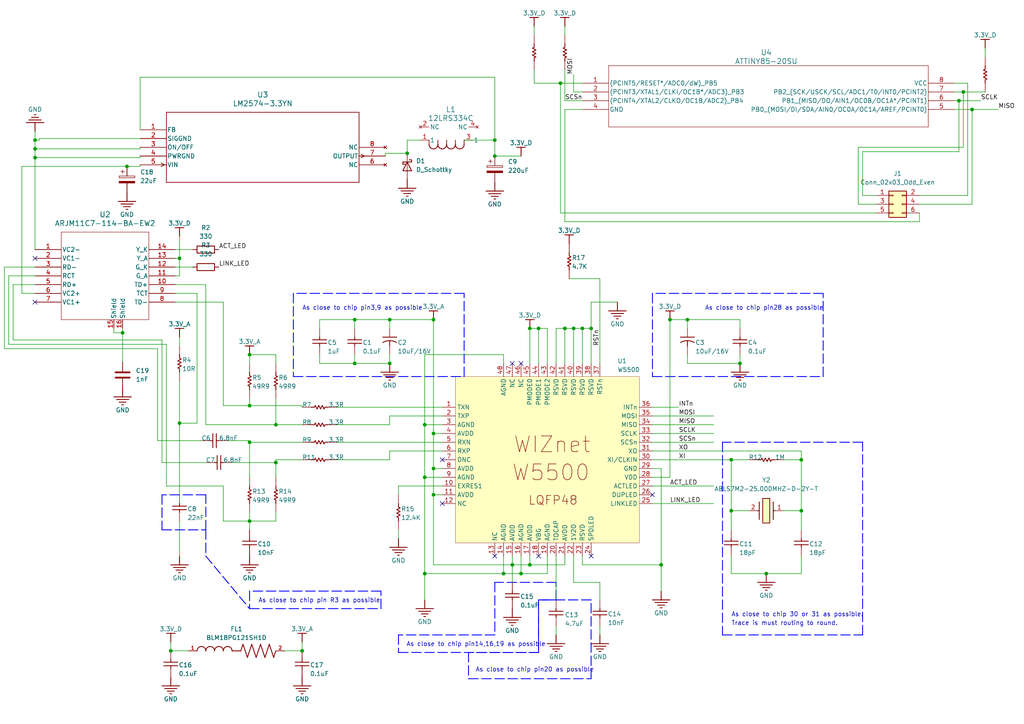
<source format=kicad_sch>
(kicad_sch (version 20231120) (generator "eeschema") (generator_version "8.0")
  (paper "A4")
  (junction (at 153.67 95.25))
  (junction (at 87.63 188.7728))
  (junction (at 148.59 163.83))
  (junction (at 10.16 45.72))
  (junction (at 10.16 43.18))
  (junction (at 146.05 166.37))
  (junction (at 102.87 105.41))
  (junction (at 125.73 125.73))
  (junction (at 113.03 105.41))
  (junction (at 153.67 163.83))
  (junction (at 232.41 133.35))
  (junction (at 125.73 135.89))
  (junction (at 72.39 117.6528))
  (junction (at 80.01 134.1628))
  (junction (at 118.11 44.45))
  (junction (at 232.41 148.1328))
  (junction (at 162.56 24.13))
  (junction (at 143.51 45.2628))
  (junction (at 125.73 92.71))
  (junction (at 72.39 151.13))
  (junction (at 212.09 148.1328))
  (junction (at 125.73 143.51))
  (junction (at 194.31 92.71))
  (junction (at 72.39 128.27))
  (junction (at 72.39 102.87))
  (junction (at 163.83 95.25))
  (junction (at 35.56 96.52))
  (junction (at 281.94 31.75))
  (junction (at 113.03 92.71))
  (junction (at 151.13 166.37))
  (junction (at 80.01 123.19))
  (junction (at 52.07 122.7328))
  (junction (at 222.25 166.37))
  (junction (at 171.45 95.25))
  (junction (at 156.21 95.25))
  (junction (at 123.19 138.43))
  (junction (at 279.4 26.67))
  (junction (at 123.19 166.37))
  (junction (at 123.19 123.19))
  (junction (at 278.13 29.21))
  (junction (at 199.39 92.71))
  (junction (at 212.09 133.35))
  (junction (at 52.07 74.93))
  (junction (at 191.77 163.83))
  (junction (at 214.63 105.41))
  (junction (at 102.87 92.71))
  (junction (at 10.16 40.64))
  (junction (at 168.91 95.25))
  (junction (at 36.83 48.26))
  (junction (at 143.51 40.64))
  (junction (at 49.53 188.7728))
  (junction (at 166.37 95.25))
  (no_connect (at 189.23 143.51))
  (no_connect (at 151.13 105.41))
  (no_connect (at 143.51 161.29))
  (no_connect (at 10.16 87.63))
  (no_connect (at 128.27 146.05))
  (no_connect (at 171.45 161.29))
  (no_connect (at 156.21 161.29))
  (no_connect (at 128.27 133.35))
  (no_connect (at 148.59 105.41))
  (no_connect (at 10.16 74.93))
  (wire (pts (xy 64.77 87.63) (xy 50.8 87.63)))
  (wire (pts (xy 80.01 133.35) (xy 80.01 134.1628)))
  (polyline (pts (xy 238.76 109.22) (xy 238.76 85.09)) (stroke (width 0.254) (type dash) (color 0 0 255 1)))
  (wire (pts (xy 153.67 163.83) (xy 153.67 161.29)))
  (wire (pts (xy 128.27 143.51) (xy 125.73 143.51)))
  (wire (pts (xy 162.56 24.13) (xy 154.94 24.13)))
  (wire (pts (xy 146.05 105.41) (xy 146.05 102.87)))
  (wire (pts (xy 173.99 105.41) (xy 173.99 80.8228)))
  (wire (pts (xy 72.39 151.13) (xy 80.01 151.13)))
  (wire (pts (xy 232.41 166.37) (xy 232.41 161.29)))
  (polyline (pts (xy 171.45 173.99) (xy 156.21 173.99)) (stroke (width 0.254) (type dash) (color 0 0 255 1)))
  (wire (pts (xy 278.13 29.21) (xy 276.86 29.21)))
  (wire (pts (xy 163.83 20.32) (xy 163.83 29.21)))
  (wire (pts (xy 189.23 123.19) (xy 207.01 123.19)))
  (wire (pts (xy 50.8 80.01) (xy 52.07 80.01)))
  (polyline (pts (xy 189.23 109.22) (xy 238.76 109.22)) (stroke (width 0.254) (type dash) (color 0 0 255 1)))
  (wire (pts (xy 163.83 95.25) (xy 166.37 95.25)))
  (wire (pts (xy 285.75 13.97) (xy 285.75 16.51)))
  (wire (pts (xy 125.73 135.89) (xy 125.73 125.73)))
  (wire (pts (xy 87.63 188.7728) (xy 87.63 186.2328)))
  (polyline (pts (xy 189.23 85.09) (xy 189.23 109.22)) (stroke (width 0.254) (type dash) (color 0 0 255 1)))
  (wire (pts (xy 113.03 130.81) (xy 113.03 133.35)))
  (wire (pts (xy 35.56 96.52) (xy 35.56 104.9528)))
  (wire (pts (xy 48.26 140.97) (xy 64.77 140.97)))
  (wire (pts (xy 189.23 133.35) (xy 212.09 133.35)))
  (wire (pts (xy 87.63 117.6528) (xy 87.63 118.11)))
  (wire (pts (xy 189.23 138.43) (xy 194.31 138.43)))
  (wire (pts (xy 102.87 105.41) (xy 113.03 105.41)))
  (wire (pts (xy 166.37 95.25) (xy 168.91 95.25)))
  (polyline (pts (xy 238.76 85.09) (xy 189.23 85.09)) (stroke (width 0.254) (type dash) (color 0 0 255 1)))
  (wire (pts (xy 143.51 22.4028) (xy 143.51 40.64)))
  (wire (pts (xy 1.27 77.47) (xy 1.27 101.1428)))
  (wire (pts (xy 72.39 117.6528) (xy 64.77 117.6528)))
  (wire (pts (xy 173.99 184.15) (xy 173.99 181.61)))
  (wire (pts (xy 11.43 40.64) (xy 10.16 40.64)))
  (wire (pts (xy 102.87 95.25) (xy 102.87 92.71)))
  (wire (pts (xy 279.4 26.67) (xy 276.86 26.67)))
  (wire (pts (xy 46.99 134.1628) (xy 59.69 134.1628)))
  (wire (pts (xy 168.91 95.25) (xy 171.45 95.25)))
  (wire (pts (xy 72.39 128.27) (xy 87.63 128.27)))
  (wire (pts (xy 163.83 161.29) (xy 163.83 163.83)))
  (wire (pts (xy 281.94 31.75) (xy 289.56 31.75)))
  (wire (pts (xy 222.25 166.37) (xy 232.41 166.37)))
  (wire (pts (xy 87.63 117.6528) (xy 72.39 117.6528)))
  (wire (pts (xy 199.39 92.71) (xy 194.31 92.71)))
  (wire (pts (xy 72.39 127.8128) (xy 72.39 128.27)))
  (wire (pts (xy 191.77 135.89) (xy 191.77 163.83)))
  (wire (pts (xy 49.53 188.7728) (xy 54.61 188.7728)))
  (wire (pts (xy 189.23 118.11) (xy 196.85 118.11)))
  (wire (pts (xy 6.35 85.09) (xy 6.35 48.26)))
  (wire (pts (xy 52.07 80.01) (xy 52.07 74.93)))
  (wire (pts (xy 92.71 105.41) (xy 92.71 102.87)))
  (wire (pts (xy 280.67 56.6928) (xy 280.67 24.13)))
  (polyline (pts (xy 110.49 176.53) (xy 110.49 171.45)) (stroke (width 0.254) (type dash) (color 0 0 255 1)))
  (wire (pts (xy 40.64 48.26) (xy 40.64 47.8028)))
  (wire (pts (xy 113.03 133.35) (xy 97.79 133.35)))
  (polyline (pts (xy 72.39 171.45) (xy 72.39 176.53)) (stroke (width 0.254) (type dash) (color 0 0 255 1)))
  (polyline (pts (xy 250.19 128.27) (xy 209.55 128.27)) (stroke (width 0.254) (type dash) (color 0 0 255 1)))
  (wire (pts (xy 67.31 134.1628) (xy 80.01 134.1628)))
  (wire (pts (xy 168.91 26.67) (xy 166.37 26.67)))
  (wire (pts (xy 146.05 161.29) (xy 146.05 166.37)))
  (wire (pts (xy 146.05 166.37) (xy 123.19 166.37)))
  (wire (pts (xy 10.16 77.47) (xy 1.27 77.47)))
  (wire (pts (xy 92.71 92.71) (xy 92.71 95.25)))
  (polyline (pts (xy 135.89 196.85) (xy 171.45 196.85)) (stroke (width 0.254) (type dash) (color 0 0 255 1)))
  (wire (pts (xy 125.73 125.73) (xy 125.73 92.71)))
  (wire (pts (xy 118.11 44.45) (xy 118.11 40.64)))
  (polyline (pts (xy 171.45 196.85) (xy 171.45 173.99)) (stroke (width 0.254) (type dash) (color 0 0 255 1)))
  (wire (pts (xy 125.73 163.83) (xy 125.73 143.51)))
  (wire (pts (xy 199.39 102.87) (xy 199.39 105.41)))
  (wire (pts (xy 113.03 120.65) (xy 113.03 123.19)))
  (wire (pts (xy 212.09 166.37) (xy 212.09 161.29)))
  (wire (pts (xy 143.51 45.2628) (xy 151.13 45.2628)))
  (wire (pts (xy 279.4 26.67) (xy 285.75 26.67)))
  (wire (pts (xy 214.63 102.87) (xy 214.63 105.41)))
  (wire (pts (xy 80.01 102.87) (xy 80.01 105.41)))
  (wire (pts (xy 52.07 100.33) (xy 52.07 97.79)))
  (wire (pts (xy 10.16 82.55) (xy 3.81 82.55)))
  (polyline (pts (xy 134.62 85.09) (xy 85.09 85.09)) (stroke (width 0.254) (type dash) (color 0 0 255 1)))
  (wire (pts (xy 10.16 45.72) (xy 40.64 45.72)))
  (wire (pts (xy 278.13 43.9928) (xy 278.13 29.21)))
  (polyline (pts (xy 59.69 143.51) (xy 46.99 143.51)) (stroke (width 0.254) (type dash) (color 0 0 255 1)))
  (wire (pts (xy 248.92 59.2328) (xy 248.92 42.7228)))
  (wire (pts (xy 10.16 40.64) (xy 10.16 43.18)))
  (wire (pts (xy 111.76 44.45) (xy 118.11 44.45)))
  (polyline (pts (xy 156.21 189.23) (xy 135.89 189.23)) (stroke (width 0.254) (type dash) (color 0 0 255 1)))
  (wire (pts (xy 11.43 40.64) (xy 11.43 40.1828)))
  (polyline (pts (xy 143.51 168.91) (xy 143.51 184.15)) (stroke (width 0.254) (type dash) (color 0 0 255 1)))
  (wire (pts (xy 189.23 135.89) (xy 191.77 135.89)))
  (wire (pts (xy 189.23 146.05) (xy 207.01 146.05)))
  (wire (pts (xy 49.53 186.2328) (xy 49.53 188.7728)))
  (wire (pts (xy 40.64 45.72) (xy 40.64 45.2628)))
  (wire (pts (xy 2.54 99.8728) (xy 48.26 99.8728)))
  (wire (pts (xy 113.03 105.41) (xy 113.03 102.87)))
  (wire (pts (xy 128.27 128.27) (xy 97.79 128.27)))
  (wire (pts (xy 113.03 95.25) (xy 113.03 92.71)))
  (wire (pts (xy 158.75 166.37) (xy 151.13 166.37)))
  (wire (pts (xy 80.01 123.19) (xy 59.69 123.19)))
  (wire (pts (xy 166.37 161.29) (xy 166.37 168.91)))
  (wire (pts (xy 50.8 74.93) (xy 52.07 74.93)))
  (wire (pts (xy 153.67 105.41) (xy 153.67 95.25)))
  (wire (pts (xy 6.35 48.26) (xy 36.83 48.26)))
  (wire (pts (xy 128.27 140.97) (xy 115.57 140.97)))
  (wire (pts (xy 128.27 130.81) (xy 113.03 130.81)))
  (wire (pts (xy 40.64 22.4028) (xy 143.51 22.4028)))
  (wire (pts (xy 162.56 61.7728) (xy 162.56 24.13)))
  (wire (pts (xy 279.4 42.7228) (xy 279.4 26.67)))
  (wire (pts (xy 52.07 122.7328) (xy 52.07 143.51)))
  (wire (pts (xy 191.77 163.83) (xy 191.77 171.45)))
  (wire (pts (xy 194.31 138.43) (xy 194.31 92.71)))
  (wire (pts (xy 156.21 105.41) (xy 156.21 95.25)))
  (wire (pts (xy 123.19 102.87) (xy 123.19 123.19)))
  (wire (pts (xy 46.99 98.6028) (xy 46.99 134.1628)))
  (wire (pts (xy 171.45 95.25) (xy 171.45 105.41)))
  (wire (pts (xy 166.37 26.67) (xy 166.37 21.59)))
  (wire (pts (xy 166.37 168.91) (xy 173.99 168.91)))
  (wire (pts (xy 173.99 168.91) (xy 173.99 173.99)))
  (wire (pts (xy 158.75 161.29) (xy 158.75 166.37)))
  (wire (pts (xy 72.39 148.59) (xy 72.39 151.13)))
  (wire (pts (xy 163.83 163.83) (xy 153.67 163.83)))
  (polyline (pts (xy 156.21 173.99) (xy 161.29 173.99)) (stroke (width 0.254) (type dash) (color 0 0 255 1)))
  (wire (pts (xy 278.13 29.21) (xy 284.48 29.21)))
  (polyline (pts (xy 161.29 168.91) (xy 143.51 168.91)) (stroke (width 0.254) (type dash) (color 0 0 255 1)))
  (wire (pts (xy 250.19 43.9928) (xy 278.13 43.9928)))
  (polyline (pts (xy 156.21 189.23) (xy 156.21 173.99)) (stroke (width 0.254) (type dash) (color 0 0 255 1)))
  (wire (pts (xy 72.39 153.67) (xy 72.39 151.13)))
  (wire (pts (xy 214.63 92.71) (xy 214.63 95.25)))
  (wire (pts (xy 232.41 133.35) (xy 232.41 148.1328)))
  (wire (pts (xy 128.27 118.11) (xy 97.79 118.11)))
  (wire (pts (xy 165.1 80.8228) (xy 173.99 80.8228)))
  (wire (pts (xy 161.29 181.61) (xy 161.29 184.15)))
  (wire (pts (xy 266.7 59.2328) (xy 281.94 59.2328)))
  (wire (pts (xy 189.23 120.65) (xy 207.01 120.65)))
  (wire (pts (xy 148.59 163.83) (xy 125.73 163.83)))
  (wire (pts (xy 50.8 82.55) (xy 59.69 82.55)))
  (wire (pts (xy 161.29 95.25) (xy 163.83 95.25)))
  (wire (pts (xy 50.8 77.47) (xy 55.88 77.47)))
  (polyline (pts (xy 46.99 153.67) (xy 59.69 153.67)) (stroke (width 0.254) (type dash) (color 0 0 255 1)))
  (wire (pts (xy 123.19 123.19) (xy 123.19 138.43)))
  (wire (pts (xy 146.05 102.87) (xy 123.19 102.87)))
  (wire (pts (xy 33.02 96.52) (xy 35.56 96.52)))
  (polyline (pts (xy 59.69 153.67) (xy 59.69 143.51)) (stroke (width 0.254) (type dash) (color 0 0 255 1)))
  (wire (pts (xy 154.94 24.13) (xy 154.94 20.32)))
  (polyline (pts (xy 209.55 128.27) (xy 209.55 184.15)) (stroke (width 0.254) (type dash) (color 0 0 255 1)))
  (wire (pts (xy 72.39 105.41) (xy 72.39 102.87)))
  (wire (pts (xy 281.94 31.75) (xy 276.86 31.75)))
  (wire (pts (xy 3.81 82.55) (xy 3.81 98.6028)))
  (wire (pts (xy 254 61.7728) (xy 162.56 61.7728)))
  (wire (pts (xy 102.87 102.87) (xy 102.87 105.41)))
  (wire (pts (xy 72.39 127.8128) (xy 66.04 127.8128)))
  (wire (pts (xy 168.91 29.21) (xy 163.83 29.21)))
  (polyline (pts (xy 46.99 143.51) (xy 46.99 153.67)) (stroke (width 0.254) (type dash) (color 0 0 255 1)))
  (wire (pts (xy 113.03 123.19) (xy 97.79 123.19)))
  (polyline (pts (xy 161.29 173.99) (xy 161.29 168.91)) (stroke (width 0.254) (type dash) (color 0 0 255 1)))
  (polyline (pts (xy 115.57 189.23) (xy 156.21 189.23)) (stroke (width 0.254) (type dash) (color 0 0 255 1)))
  (wire (pts (xy 199.39 95.25) (xy 199.39 92.71)))
  (wire (pts (xy 171.45 87.63) (xy 179.07 87.63)))
  (wire (pts (xy 123.19 138.43) (xy 123.19 166.37)))
  (wire (pts (xy 128.27 125.73) (xy 125.73 125.73)))
  (wire (pts (xy 80.01 151.13) (xy 80.01 148.59)))
  (polyline (pts (xy 85.09 109.22) (xy 134.62 109.22)) (stroke (width 0.254) (type dash) (color 0 0 255 1)))
  (wire (pts (xy 128.27 135.89) (xy 125.73 135.89)))
  (polyline (pts (xy 135.89 189.23) (xy 135.89 196.85)) (stroke (width 0.254) (type dash) (color 0 0 255 1)))
  (wire (pts (xy 80.01 123.19) (xy 87.63 123.19)))
  (wire (pts (xy 64.77 140.97) (xy 64.77 151.13)))
  (polyline (pts (xy 250.19 184.15) (xy 250.19 128.27)) (stroke (width 0.254) (type dash) (color 0 0 255 1)))
  (wire (pts (xy 45.72 127.8128) (xy 58.42 127.8128)))
  (wire (pts (xy 102.87 105.41) (xy 92.71 105.41)))
  (wire (pts (xy 158.75 95.25) (xy 158.75 105.41)))
  (wire (pts (xy 171.45 95.25) (xy 171.45 87.63)))
  (wire (pts (xy 227.33 148.1328) (xy 232.41 148.1328)))
  (polyline (pts (xy 134.62 109.22) (xy 134.62 85.09)) (stroke (width 0.254) (type dash) (color 0 0 255 1)))
  (wire (pts (xy 212.09 133.35) (xy 217.17 133.35)))
  (wire (pts (xy 10.16 85.09) (xy 6.35 85.09)))
  (wire (pts (xy 10.16 38.1) (xy 10.16 40.64)))
  (wire (pts (xy 212.09 153.67) (xy 212.09 148.1328)))
  (wire (pts (xy 199.39 92.71) (xy 214.63 92.71)))
  (wire (pts (xy 189.23 125.73) (xy 207.01 125.73)))
  (polyline (pts (xy 59.69 153.67) (xy 59.69 161.29)) (stroke (width 0.254) (type dash) (color 0 0 255 1)))
  (wire (pts (xy 115.57 153.67) (xy 115.57 156.21)))
  (wire (pts (xy 154.94 7.62) (xy 154.94 10.16)))
  (wire (pts (xy 102.87 92.71) (xy 92.71 92.71)))
  (wire (pts (xy 151.13 166.37) (xy 146.05 166.37)))
  (wire (pts (xy 80.01 115.57) (xy 80.01 123.19)))
  (polyline (pts (xy 156.21 173.99) (xy 156.21 189.23)) (stroke (width 0.254) (type dash) (color 0 0 255 1)))
  (wire (pts (xy 50.8 85.09) (xy 57.15 85.09)))
  (wire (pts (xy 156.21 95.25) (xy 158.75 95.25)))
  (wire (pts (xy 64.77 151.13) (xy 72.39 151.13)))
  (wire (pts (xy 189.23 128.27) (xy 207.01 128.27)))
  (wire (pts (xy 57.15 122.7328) (xy 52.07 122.7328)))
  (wire (pts (xy 161.29 173.99) (xy 161.29 161.29)))
  (wire (pts (xy 163.83 64.3128) (xy 163.83 31.75)))
  (wire (pts (xy 3.81 98.6028) (xy 46.99 98.6028)))
  (wire (pts (xy 128.27 123.19) (xy 123.19 123.19)))
  (wire (pts (xy 128.27 138.43) (xy 123.19 138.43)))
  (wire (pts (xy 1.27 101.1428) (xy 45.72 101.1428)))
  (wire (pts (xy 82.55 188.7728) (xy 87.63 188.7728)))
  (wire (pts (xy 168.91 95.25) (xy 168.91 105.41)))
  (wire (pts (xy 48.26 99.8728) (xy 48.26 140.97)))
  (wire (pts (xy 250.19 56.6928) (xy 250.19 43.9928)))
  (polyline (pts (xy 143.51 184.15) (xy 115.57 184.15)) (stroke (width 0.254) (type dash) (color 0 0 255 1)))
  (wire (pts (xy 153.67 95.25) (xy 156.21 95.25)))
  (wire (pts (xy 64.77 117.6528) (xy 64.77 87.63)))
  (wire (pts (xy 128.27 120.65) (xy 113.03 120.65)))
  (wire (pts (xy 248.92 42.7228) (xy 279.4 42.7228)))
  (wire (pts (xy 166.37 95.25) (xy 166.37 105.41)))
  (wire (pts (xy 72.39 138.43) (xy 72.39 128.27)))
  (wire (pts (xy 227.33 133.35) (xy 232.41 133.35)))
  (wire (pts (xy 10.16 72.39) (xy 10.16 45.72)))
  (wire (pts (xy 199.39 105.41) (xy 214.63 105.41)))
  (wire (pts (xy 281.94 59.2328) (xy 281.94 31.75)))
  (wire (pts (xy 102.87 92.71) (xy 113.03 92.71)))
  (wire (pts (xy 266.7 61.7728) (xy 266.7 64.3128)))
  (wire (pts (xy 111.76 44.45) (xy 111.76 45.2628)))
  (wire (pts (xy 266.7 64.3128) (xy 163.83 64.3128)))
  (wire (pts (xy 212.09 133.35) (xy 212.09 148.1328)))
  (wire (pts (xy 232.41 148.1328) (xy 232.41 153.67)))
  (wire (pts (xy 151.13 161.29) (xy 151.13 166.37)))
  (wire (pts (xy 168.91 161.29) (xy 168.91 163.83)))
  (wire (pts (xy 134.62 40.64) (xy 143.51 40.64)))
  (wire (pts (xy 148.59 163.83) (xy 153.67 163.83)))
  (wire (pts (xy 40.64 43.18) (xy 40.64 42.7228)))
  (polyline (pts (xy 85.09 85.09) (xy 85.09 109.22)) (stroke (width 0.254) (type dash) (color 0 0 255 1)))
  (polyline (pts (xy 209.55 184.15) (xy 250.19 184.15)) (stroke (width 0.254) (type dash) (color 0 0 255 1)))
  (wire (pts (xy 161.29 105.41) (xy 161.29 95.25)))
  (wire (pts (xy 45.72 101.1428) (xy 45.72 127.8128)))
  (wire (pts (xy 125.73 143.51) (xy 125.73 135.89)))
  (wire (pts (xy 212.09 148.1328) (xy 217.17 148.1328)))
  (wire (pts (xy 212.09 166.37) (xy 222.25 166.37)))
  (wire (pts (xy 266.7 56.6928) (xy 280.67 56.6928)))
  (wire (pts (xy 52.07 74.93) (xy 52.07 68.58)))
  (wire (pts (xy 2.54 80.01) (xy 2.54 99.8728)))
  (wire (pts (xy 52.07 151.13) (xy 52.07 161.29)))
  (polyline (pts (xy 72.39 176.53) (xy 110.49 176.53)) (stroke (width 0.254) (type dash) (color 0 0 255 1)))
  (wire (pts (xy 189.23 140.97) (xy 207.01 140.97)))
  (wire (pts (xy 33.02 95.25) (xy 33.02 96.52)))
  (wire (pts (xy 189.23 130.81) (xy 232.41 130.81)))
  (polyline (pts (xy 59.69 161.29) (xy 72.39 176.53)) (stroke (width 0.254) (type dash) (color 0 0 255 1)))
  (wire (pts (xy 143.51 40.64) (xy 143.51 45.2628)))
  (wire (pts (xy 148.59 168.91) (xy 148.59 163.83)))
  (wire (pts (xy 40.64 37.6428) (xy 40.64 22.4028)))
  (wire (pts (xy 163.83 7.62) (xy 163.83 10.16)))
  (wire (pts (xy 162.56 24.13) (xy 168.91 24.13)))
  (polyline (pts (xy 110.49 171.45) (xy 72.39 171.45)) (stroke (width 0.254) (type dash) (color 0 0 255 1)))
  (wire (pts (xy 113.03 92.71) (xy 125.73 92.71)))
  (wire (pts (xy 118.11 40.64) (xy 121.92 40.64)))
  (wire (pts (xy 115.57 140.97) (xy 115.57 143.51)))
  (polyline (pts (xy 115.57 184.15) (xy 115.57 189.23)) (stroke (width 0.254) (type dash) (color 0 0 255 1)))
  (wire (pts (xy 168.91 163.83) (xy 191.77 163.83)))
  (wire (pts (xy 163.83 31.75) (xy 168.91 31.75)))
  (wire (pts (xy 254 56.6928) (xy 250.19 56.6928)))
  (wire (pts (xy 72.39 115.57) (xy 72.39 117.6528)))
  (wire (pts (xy 10.16 43.18) (xy 10.16 45.72)))
  (wire (pts (xy 254 59.2328) (xy 248.92 59.2328)))
  (wire (pts (xy 57.15 85.09) (xy 57.15 122.7328)))
  (wire (pts (xy 10.16 43.18) (xy 40.64 43.18)))
  (wire (pts (xy 52.07 110.49) (xy 52.07 122.7328)))
  (wire (pts (xy 148.59 161.29) (xy 148.59 163.83)))
  (wire (pts (xy 36.83 48.26) (xy 40.64 48.26)))
  (wire (pts (xy 35.56 95.25) (xy 35.56 96.52)))
  (wire (pts (xy 10.16 80.01) (xy 2.54 80.01)))
  (wire (pts (xy 87.63 133.35) (xy 80.01 133.35)))
  (wire (pts (xy 280.67 24.13) (xy 276.86 24.13)))
  (wire (pts (xy 59.69 123.19) (xy 59.69 82.55)))
  (wire (pts (xy 50.8 72.39) (xy 55.88 72.39)))
  (wire (pts (xy 80.01 134.1628) (xy 80.01 138.43)))
  (wire (pts (xy 232.41 130.81) (xy 232.41 133.35)))
  (wire (pts (xy 72.39 102.87) (xy 80.01 102.87)))
  (wire (pts (xy 163.83 95.25) (xy 163.83 105.41)))
  (wire (pts (xy 11.43 40.1828) (xy 40.64 40.1828)))
  (wire (pts (xy 123.19 166.37) (xy 123.19 173.99)))
  (text "As close to chip 30 or 31 as possible." (at 212.09 179.07 0) (effects (font (size 1.27 1.27)) (justify left bottom)))
  (text "As close to chip pin20 as possible" (at 137.922 195.072 0) (effects (font (size 1.27 1.27)) (justify left bottom)))
  (text "As close to chip pin28 as possible" (at 204.47 90.17 0) (effects (font (size 1.27 1.27)) (justify left bottom)))
  (text "As close to chip pin14,16,19 as possible" (at 117.856 187.706 0) (effects (font (size 1.27 1.27)) (justify left bottom)))
  (text "Trace is must routing to round." (at 212.09 181.61 0) (effects (font (size 1.27 1.27)) (justify left bottom)))
  (text "As close to chip pin R3 as possible" (at 74.93 175.006 0) (effects (font (size 1.27 1.27)) (justify left bottom)))
  (text "As close to chip pin3,9 as possible" (at 87.63 90.17 0) (effects (font (size 1.27 1.27)) (justify left bottom)))
  (label "LINK_LED" (at 63.5 77.47 0))
  (label "MISO" (at 196.85 123.19 0))
  (label "SCLK" (at 196.85 125.73 0))
  (label "SCSn" (at 196.85 128.27 0))
  (label "XO" (at 196.85 130.81 0))
  (label "INTn" (at 196.85 118.11 0))
  (label "SCSn" (at 168.91 29.21 180))
  (label "ACT_LED" (at 63.5 72.39 0))
  (label "LINK_LED" (at 194.31 146.05 0))
  (label "RSTn" (at 173.99 100.33 90))
  (label "MOSI" (at 166.37 21.59 90))
  (label "MOSI" (at 196.85 120.65 0))
  (label "SCLK" (at 284.48 29.21 0))
  (label "XI" (at 196.85 133.35 0))
  (label "MISO" (at 289.56 31.75 0))
  (label "ACT_LED" (at 194.31 140.97 0))
  (symbol (lib_id "electronics-application-project-altium-import:3.3V_D_BAR") (at 154.94 7.62 0) (mirror x) (unit 1)
    (property "Reference" "#PWR11" (effects (hide yes)))
    (property "Value" "3.3V_D" (at 154.94 3.81 0))
  )
  (symbol (lib_id "electronics-application-project-altium-import:GND_POWER_GROUND") (at 36.83 55.88 0) (unit 1)
    (property "Reference" "#PWR2" (effects (hide yes)))
    (property "Value" "GND" (at 36.83 62.23 0))
  )
  (symbol (lib_id "Device:R") (at 59.69 72.39 270) (unit 1)
    (property "Reference" "R2" (at 59.69 66.04 90))
    (property "Value" "330" (at 59.69 68.58 90))
    (property "Footprint" "Resistor_SMD:R_0805_2012Metric_Pad1.20x1.40mm_HandSolder" (effects (hide yes)))
    (property "Description" "Resistor" (effects (hide yes)))
  )
  (symbol (lib_id "Device:R") (at 59.69 77.47 270) (unit 1)
    (property "Reference" "R3" (at 59.69 71.12 90))
    (property "Value" "330" (at 59.69 73.66 90))
    (property "Footprint" "Resistor_SMD:R_0805_2012Metric_Pad1.20x1.40mm_HandSolder" (effects (hide yes)))
    (property "Description" "Resistor" (effects (hide yes)))
  )
  (symbol (lib_id "electronics-application-project-altium-import:root_0_CAP-0402") (at 62.23 131.6228 0) (unit 1)
    (property "Reference" "C7" (at 59.69 134.1628 0) (effects (justify left bottom)))
    (property "Value" "6.8nF" (at 64.77 134.1628 0) (effects (justify left bottom)))
    (property "Footprint" "Capacitor_SMD:C_0805_2012Metric_Pad1.18x1.45mm_HandSolder" (effects (hide yes)))
    (property "Description" "Ceramic CAP 0402(1005)" (effects (hide yes)))
  )
  (symbol (lib_id "electronics-application-project-altium-import:GND_POWER_GROUND") (at 52.07 161.29 0) (unit 1)
    (property "Reference" "#PWR122" (effects (hide yes)))
    (property "Value" "GND" (at 52.07 167.64 0))
  )
  (symbol (lib_id "electronics-application-project-altium-import:3.3V_D_BAR") (at 194.31 92.71 180) (unit 1)
    (property "Reference" "#PWR116" (effects (hide yes)))
    (property "Value" "3.3V_D" (at 194.31 88.9 0))
  )
  (symbol (lib_id "Imported:ABLS7M2-25.000MHZ-D-2Y-T") (at 217.17 148.1328 0) (unit 1)
    (property "Reference" "Y2" (at 222.25 139.2428 0))
    (property "Value" "ABLS7M2-25.000MHZ-D-2Y-T" (at 222.25 141.7828 0))
    (property "Footprint" "Imported:ABLS7M225000MHZD2YT" (effects (hide yes)))
    (property "Datasheet" "http://abracon.com/Resonators/ABLS7M2.pdf" (effects (hide yes)))
    (property "Description" "ABRACON - ABLS7M2-25.000MHZ-D-2Y-T - CRYSTAL, 25MHZ, 18PF, HC-49US" (effects (hide yes)))
    (property "Height" "2" (effects (hide yes)))
    (property "Mouser Part Number" "815-ABLS7M2-25D2YT" (effects (hide yes)))
    (property "Mouser Price/Stock" "https://www.mouser.co.uk/ProductDetail/ABRACON/ABLS7M2-25.000MHZ-D-2Y-T?qs=%252Bk6%2F5FB6qrmle1ujAiXgzQ%3D%3D" (effects (hide yes)))
    (property "Manufacturer_Name" "ABRACON" (effects (hide yes)))
    (property "Manufacturer_Part_Number" "ABLS7M2-25.000MHZ-D-2Y-T" (effects (hide yes)))
  )
  (symbol (lib_id "electronics-application-project-altium-import:GND_POWER_GROUND") (at 161.29 184.15 0) (unit 1)
    (property "Reference" "#PWR114" (effects (hide yes)))
    (property "Value" "GND" (at 161.29 190.5 0))
  )
  (symbol (lib_id "electronics-application-project-altium-import:root_1_CAP-0402") (at 146.05 173.99 0) (unit 1)
    (property "Reference" "C15" (at 150.876 173.736 0) (effects (justify left bottom)))
    (property "Value" "0.1uF" (at 150.876 176.276 0) (effects (justify left bottom)))
    (property "Footprint" "Capacitor_SMD:C_0805_2012Metric_Pad1.18x1.45mm_HandSolder" (effects (hide yes)))
    (property "Description" "Ceramic CAP 0402(1005)" (effects (hide yes)))
  )
  (symbol (lib_id "electronics-application-project-altium-import:GND_POWER_GROUND") (at 35.56 112.5728 0) (unit 1)
    (property "Reference" "#PWR7" (effects (hide yes)))
    (property "Value" "GND" (at 35.56 118.9228 0))
  )
  (symbol (lib_id "electronics-application-project-altium-import:GND_POWER_GROUND") (at 143.51 52.8828 0) (unit 1)
    (property "Reference" "#PWR4" (effects (hide yes)))
    (property "Value" "GND" (at 143.51 59.2328 0))
  )
  (symbol (lib_id "Device:C_Polarized") (at 143.51 49.0728 0) (unit 1)
    (property "Reference" "C9" (at 147.32 46.9137 0) (effects (justify left)))
    (property "Value" "220uF" (at 147.32 49.4537 0) (effects (justify left)))
    (property "Footprint" "Capacitor_SMD:CP_Elec_8x6.2" (effects (hide yes)))
    (property "Description" "Polarized capacitor" (effects (hide yes)))
  )
  (symbol (lib_id "electronics-application-project-altium-import:root_0_W5500") (at 132.08 109.22 0) (unit 1)
    (property "Reference" "U1" (at 179.07 105.41 0) (effects (justify left bottom)))
    (property "Value" "W5500" (at 179.07 107.95 0) (effects (justify left bottom)))
    (property "Footprint" "Imported:48LQFP_W5500_WIZ" (effects (hide yes)))
    (property "Description" "WIZnet W5500" (effects (hide yes)))
  )
  (symbol (lib_id "electronics-application-project-altium-import:GND_POWER_GROUND") (at 214.63 105.41 0) (unit 1)
    (property "Reference" "#PWR115" (effects (hide yes)))
    (property "Value" "GND" (at 214.63 111.76 0))
  )
  (symbol (lib_id "electronics-application-project-altium-import:root_0_CAP-0402") (at 60.96 125.2728 0) (unit 1)
    (property "Reference" "C6" (at 58.42 127.8128 0) (effects (justify left bottom)))
    (property "Value" "6.8nF" (at 63.5 127.8128 0) (effects (justify left bottom)))
    (property "Footprint" "Capacitor_SMD:C_0805_2012Metric_Pad1.18x1.45mm_HandSolder" (effects (hide yes)))
    (property "Description" "Ceramic CAP 0402(1005)" (effects (hide yes)))
  )
  (symbol (lib_id "electronics-application-project-altium-import:root_3_CAP-A Size") (at 201.93 97.79 0) (unit 1)
    (property "Reference" "C3" (at 201.676 100.076 0) (effects (justify left bottom)))
    (property "Value" "10uF/16V" (at 201.676 102.616 0) (effects (justify left bottom)))
    (property "Footprint" "Capacitor_SMD:C_1206_3216Metric_Pad1.33x1.80mm_HandSolder" (effects (hide yes)))
    (property "Description" "Tantla CAP A Size EIA/IECQ 3216" (effects (hide yes)))
  )
  (symbol (lib_id "electronics-application-project-altium-import:3.3V_D_BAR") (at 52.07 68.58 180) (unit 1)
    (property "Reference" "#PWR10" (effects (hide yes)))
    (property "Value" "3.3V_D" (at 52.07 64.77 0))
  )
  (symbol (lib_id "electronics-application-project-altium-import:root_1_RES-0402") (at 72.39 143.51 0) (unit 1)
    (property "Reference" "R13" (at 73.152 143.256 0) (effects (justify left bottom)))
    (property "Value" "49R9" (at 73.152 145.796 0) (effects (justify left bottom)))
    (property "Footprint" "Resistor_SMD:R_0805_2012Metric_Pad1.20x1.40mm_HandSolder" (effects (hide yes)))
    (property "Description" "RES-0402" (effects (hide yes)))
  )
  (symbol (lib_id "Device:D_Schottky") (at 118.11 48.26 270) (unit 1)
    (property "Reference" "D1" (at 120.65 46.6724 90) (effects (justify left)))
    (property "Value" "D_Schottky" (at 120.65 49.2124 90) (effects (justify left)))
    (property "Footprint" "Diode_SMD:Nexperia_CFP3_SOD-123W" (effects (hide yes)))
    (property "Description" "Schottky diode" (effects (hide yes)))
  )
  (symbol (lib_id "Imported:ATTINY85-20SU") (at 125.73 24.13 0) (unit 1)
    (property "Reference" "U4" (at 222.25 15.24 0) (effects (font (size 1.524 1.524))))
    (property "Value" "ATTINY85-20SU" (at 222.25 17.78 0) (effects (font (size 1.524 1.524))))
    (property "Footprint" "Imported:8S2_ATM" (effects (hide yes)))
    (property "Datasheet" "ATTINY85-20SU" (effects (hide yes)))
  )
  (symbol (lib_id "electronics-application-project-altium-import:root_0_RES-0402") (at 92.71 128.27 0) (unit 1)
    (property "Reference" "R9" (at 87.63 128.27 0) (effects (justify left bottom)))
    (property "Value" "3.3R" (at 95.25 128.27 0) (effects (justify left bottom)))
    (property "Footprint" "Resistor_SMD:R_0805_2012Metric_Pad1.20x1.40mm_HandSolder" (effects (hide yes)))
    (property "Description" "RES-0402" (effects (hide yes)))
  )
  (symbol (lib_id "electronics-application-project-altium-import:GND_POWER_GROUND") (at 191.77 171.45 0) (unit 1)
    (property "Reference" "#PWR111" (effects (hide yes)))
    (property "Value" "GND" (at 191.77 177.8 0))
  )
  (symbol (lib_id "electronics-application-project-altium-import:GND_POWER_GROUND") (at 113.03 105.41 0) (unit 1)
    (property "Reference" "#PWR101" (effects (hide yes)))
    (property "Value" "GND" (at 113.03 111.76 0))
  )
  (symbol (lib_id "electronics-application-project-altium-import:GND_POWER_GROUND") (at 115.57 156.21 0) (unit 1)
    (property "Reference" "#PWR102" (effects (hide yes)))
    (property "Value" "GND" (at 115.57 162.56 0))
  )
  (symbol (lib_id "electronics-application-project-altium-import:root_0_RES-0402") (at 92.71 133.35 0) (unit 1)
    (property "Reference" "R11" (at 87.63 133.35 0) (effects (justify left bottom)))
    (property "Value" "3.3R" (at 95.25 133.35 0) (effects (justify left bottom)))
    (property "Footprint" "Resistor_SMD:R_0805_2012Metric_Pad1.20x1.40mm_HandSolder" (effects (hide yes)))
    (property "Description" "RES-0402" (effects (hide yes)))
  )
  (symbol (lib_id "electronics-application-project-altium-import:root_1_RES-0402") (at 52.07 105.41 0) (unit 1)
    (property "Reference" "R4" (at 52.832 105.156 0) (effects (justify left bottom)))
    (property "Value" "10R" (at 52.832 107.696 0) (effects (justify left bottom)))
    (property "Footprint" "Resistor_SMD:R_0805_2012Metric_Pad1.20x1.40mm_HandSolder" (effects (hide yes)))
    (property "Description" "RES-0402" (effects (hide yes)))
  )
  (symbol (lib_id "electronics-application-project-altium-import:root_1_CAP-0402") (at 46.99 193.8528 0) (unit 1)
    (property "Reference" "C16" (at 51.816 193.5988 0) (effects (justify left bottom)))
    (property "Value" "0.1uF" (at 51.816 196.1388 0) (effects (justify left bottom)))
    (property "Footprint" "Capacitor_SMD:C_0805_2012Metric_Pad1.18x1.45mm_HandSolder" (effects (hide yes)))
    (property "Description" "Ceramic CAP 0402(1005)" (effects (hide yes)))
  )
  (symbol (lib_id "electronics-application-project-altium-import:root_0_RES-0402") (at 222.25 133.35 0) (unit 1)
    (property "Reference" "R12" (at 217.17 133.35 0) (effects (justify left bottom)))
    (property "Value" "1M" (at 224.79 133.35 0) (effects (justify left bottom)))
    (property "Footprint" "Resistor_SMD:R_0805_2012Metric_Pad1.20x1.40mm_HandSolder" (effects (hide yes)))
    (property "Description" "RES-0402" (effects (hide yes)))
  )
  (symbol (lib_id "electronics-application-project-altium-import:GND_POWER_GROUND") (at 222.25 166.37 0) (unit 1)
    (property "Reference" "#PWR117" (effects (hide yes)))
    (property "Value" "GND" (at 222.25 172.72 0))
  )
  (symbol (lib_id "electronics-application-project-altium-import:root_1_RES-0402") (at 163.83 15.24 0) (mirror y) (unit 1)
    (property "Reference" "R10" (effects (hide yes)))
    (property "Value" "4.7K" (effects (hide yes)))
    (property "Footprint" "Resistor_SMD:R_0805_2012Metric_Pad1.20x1.40mm_HandSolder" (effects (hide yes)))
    (property "Description" "RES-0402" (effects (hide yes)))
  )
  (symbol (lib_id "electronics-application-project-altium-import:GND_POWER_GROUND") (at 123.19 173.99 0) (unit 1)
    (property "Reference" "#PWR107" (effects (hide yes)))
    (property "Value" "GND" (at 123.19 180.34 0))
  )
  (symbol (lib_id "electronics-application-project-altium-import:root_1_CAP-0402") (at 209.55 158.75 0) (unit 1)
    (property "Reference" "C11" (at 214.376 158.496 0) (effects (justify left bottom)))
    (property "Value" "18pF" (at 214.376 161.036 0) (effects (justify left bottom)))
    (property "Footprint" "Capacitor_SMD:C_0805_2012Metric_Pad1.18x1.45mm_HandSolder" (effects (hide yes)))
    (property "Description" "Ceramic CAP 0402(1005)" (effects (hide yes)))
  )
  (symbol (lib_id "Imported:LM2574-3.3YN") (at 40.64 37.6428 0) (unit 1)
    (property "Reference" "U3" (at 76.2 27.4828 0) (effects (font (size 1.524 1.524))))
    (property "Value" "LM2574-3.3YN" (at 76.2 30.0228 0) (effects (font (size 1.524 1.524))))
    (property "Footprint" "Imported:PDIP-8_MCL" (effects (hide yes)))
    (property "Datasheet" "LM2574-3.3YN" (effects (hide yes)))
  )
  (symbol (lib_id "electronics-application-project-altium-import:3.3V_D_BAR") (at 151.13 45.2628 180) (unit 1)
    (property "Reference" "#PWR1" (effects (hide yes)))
    (property "Value" "3.3V_D" (at 151.13 41.4528 0))
  )
  (symbol (lib_id "electronics-application-project-altium-import:3.3V_D_BAR") (at 49.53 186.2328 180) (unit 1)
    (property "Reference" "#PWR121" (effects (hide yes)))
    (property "Value" "3.3V_D" (at 49.53 182.4228 0))
  )
  (symbol (lib_id "electronics-application-project-altium-import:3.3V_A_BAR") (at 87.63 186.2328 180) (unit 1)
    (property "Reference" "#PWR124" (effects (hide yes)))
    (property "Value" "3.3V_A" (at 87.63 182.4228 0))
  )
  (symbol (lib_id "Imported:12LRS334C") (at 121.92 48.26 90) (unit 1)
    (property "Reference" "L1" (at 130.7465 31.75 90) (effects (font (size 1.524 1.524))))
    (property "Value" "12LRS334C" (at 130.7465 34.29 90) (effects (font (size 1.524 1.524))))
    (property "Footprint" "Imported:IND_MURATA_1200LRS_MUR" (effects (hide yes)))
    (property "Datasheet" "12LRS334C" (effects (hide yes)))
  )
  (symbol (lib_id "electronics-application-project-altium-import:root_1_CAP-0402") (at 90.17 100.33 0) (unit 1)
    (property "Reference" "C5" (at 94.996 100.076 0) (effects (justify left bottom)))
    (property "Value" "1uF" (at 94.996 102.616 0) (effects (justify left bottom)))
    (property "Footprint" "Capacitor_SMD:C_0805_2012Metric_Pad1.18x1.45mm_HandSolder" (effects (hide yes)))
    (property "Description" "Ceramic CAP 0402(1005)" (effects (hide yes)))
  )
  (symbol (lib_id "electronics-application-project-altium-import:GND_POWER_GROUND") (at 72.39 161.29 0) (unit 1)
    (property "Reference" "#PWR123" (effects (hide yes)))
    (property "Value" "GND" (at 72.39 167.64 0))
  )
  (symbol (lib_id "electronics-application-project-altium-import:root_1_RES-0402") (at 165.1 75.7428 0) (unit 1)
    (property "Reference" "R17" (at 165.862 75.4888 0) (effects (justify left bottom)))
    (property "Value" "4.7K" (at 165.862 78.0288 0) (effects (justify left bottom)))
    (property "Footprint" "Resistor_SMD:R_0805_2012Metric_Pad1.20x1.40mm_HandSolder" (effects (hide yes)))
    (property "Description" "RES-0402" (effects (hide yes)))
  )
  (symbol (lib_id "electronics-application-project-altium-import:root_1_CAP-0402") (at 100.33 100.33 0) (unit 1)
    (property "Reference" "C1" (at 105.156 100.076 0) (effects (justify left bottom)))
    (property "Value" "0.1uF" (at 105.156 102.616 0) (effects (justify left bottom)))
    (property "Footprint" "Capacitor_SMD:C_0805_2012Metric_Pad1.18x1.45mm_HandSolder" (effects (hide yes)))
    (property "Description" "Ceramic CAP 0402(1005)" (effects (hide yes)))
  )
  (symbol (lib_id "electronics-application-project-altium-import:GND_POWER_GROUND") (at 87.63 196.3928 0) (unit 1)
    (property "Reference" "#PWR125" (effects (hide yes)))
    (property "Value" "GND" (at 87.63 202.7428 0))
  )
  (symbol (lib_id "electronics-application-project-altium-import:root_1_CAP-0402") (at 49.53 148.59 0) (unit 1)
    (property "Reference" "C8" (at 54.356 148.336 0) (effects (justify left bottom)))
    (property "Value" "22nF" (at 54.356 150.876 0) (effects (justify left bottom)))
    (property "Footprint" "Capacitor_SMD:C_0805_2012Metric_Pad1.18x1.45mm_HandSolder" (effects (hide yes)))
    (property "Description" "Ceramic CAP 0402(1005)" (effects (hide yes)))
  )
  (symbol (lib_id "electronics-application-project-altium-import:root_1_CAP-0402") (at 229.87 158.75 0) (unit 1)
    (property "Reference" "C12" (at 234.696 158.496 0) (effects (justify left bottom)))
    (property "Value" "18pF" (at 234.696 161.036 0) (effects (justify left bottom)))
    (property "Footprint" "Capacitor_SMD:C_0805_2012Metric_Pad1.18x1.45mm_HandSolder" (effects (hide yes)))
    (property "Description" "Ceramic CAP 0402(1005)" (effects (hide yes)))
  )
  (symbol (lib_id "electronics-application-project-altium-import:3.3V_A_BAR") (at 52.07 97.79 180) (unit 1)
    (property "Reference" "#PWR126" (effects (hide yes)))
    (property "Value" "3.3V_A" (at 52.07 93.98 0))
  )
  (symbol (lib_id "electronics-application-project-altium-import:root_1_RES-0402") (at 154.94 15.24 0) (mirror y) (unit 1)
    (property "Reference" "R16" (effects (hide yes)))
    (property "Value" "4.7K" (effects (hide yes)))
    (property "Footprint" "Resistor_SMD:R_0805_2012Metric_Pad1.20x1.40mm_HandSolder" (effects (hide yes)))
    (property "Description" "RES-0402" (effects (hide yes)))
  )
  (symbol (lib_id "Imported:ARJM11C7-114-BA-EW2") (at 10.16 72.39 0) (unit 1)
    (property "Reference" "U2" (at 30.48 62.23 0) (effects (font (size 1.524 1.524))))
    (property "Value" "ARJM11C7-114-BA-EW2" (at 30.48 64.77 0) (effects (font (size 1.524 1.524))))
    (property "Footprint" "Imported:ARJM11C7-114-BA-EW2_ABR-fixed" (effects (hide yes)))
    (property "Datasheet" "ARJM11C7-114-BA-EW2" (effects (hide yes)))
  )
  (symbol (lib_id "electronics-application-project-altium-import:root_1_CAP-0402") (at 69.85 158.75 0) (unit 1)
    (property "Reference" "C10" (at 74.676 158.496 0) (effects (justify left bottom)))
    (property "Value" "10nF" (at 74.676 161.036 0) (effects (justify left bottom)))
    (property "Footprint" "Capacitor_SMD:C_0805_2012Metric_Pad1.18x1.45mm_HandSolder" (effects (hide yes)))
    (property "Description" "Ceramic CAP 0402(1005)" (effects (hide yes)))
  )
  (symbol (lib_id "electronics-application-project-altium-import:GND_POWER_GROUND") (at 179.07 87.63 0) (unit 1)
    (property "Reference" "#PWR108" (effects (hide yes)))
    (property "Value" "GND" (at 179.07 93.98 0))
  )
  (symbol (lib_id "electronics-application-project-altium-import:root_1_CAP-0805") (at 171.45 179.07 0) (unit 1)
    (property "Reference" "C14" (at 176.276 178.816 0) (effects (justify left bottom)))
    (property "Value" "10nF" (at 176.276 181.356 0) (effects (justify left bottom)))
    (property "Footprint" "Capacitor_SMD:C_0805_2012Metric_Pad1.18x1.45mm_HandSolder" (effects (hide yes)))
    (property "Description" "Ceramic CAP 0805(2012)" (effects (hide yes)))
  )
  (symbol (lib_id "Connector_Generic:Conn_02x03_Odd_Even") (at 259.08 59.2328 0) (unit 1)
    (property "Reference" "J1" (at 260.35 50.3428 0))
    (property "Value" "Conn_02x03_Odd_Even" (at 260.35 52.8828 0))
    (property "Footprint" "Connector_PinHeader_2.54mm:PinHeader_2x03_P2.54mm_Vertical" (effects (hide yes)))
    (property "Description" "Generic connector, double row, 02x03, odd/even pin numbering scheme (row 1 odd numbers, row 2 even numbers), script generated (kicad-library-utils/schlib/autogen/connector/)" (effects (hide yes)))
  )
  (symbol (lib_id "electronics-application-project-altium-import:3.3V_A_BAR") (at 72.39 102.87 180) (unit 1)
    (property "Reference" "#PWR118" (effects (hide yes)))
    (property "Value" "3.3V_A" (at 72.39 99.06 0))
  )
  (symbol (lib_id "electronics-application-project-altium-import:root_1_CAP-0402") (at 85.09 193.8528 0) (unit 1)
    (property "Reference" "C17" (at 89.916 193.5988 0) (effects (justify left bottom)))
    (property "Value" "0.1uF" (at 89.916 196.1388 0) (effects (justify left bottom)))
    (property "Footprint" "Capacitor_SMD:C_0805_2012Metric_Pad1.18x1.45mm_HandSolder" (effects (hide yes)))
    (property "Description" "Ceramic CAP 0402(1005)" (effects (hide yes)))
  )
  (symbol (lib_id "electronics-application-project-altium-import:GND_POWER_GROUND") (at 173.99 184.15 0) (unit 1)
    (property "Reference" "#PWR113" (effects (hide yes)))
    (property "Value" "GND" (at 173.99 190.5 0))
  )
  (symbol (lib_id "electronics-application-project-altium-import:GND_POWER_GROUND") (at 10.16 38.1 180) (unit 1)
    (property "Reference" "#PWR8" (effects (hide yes)))
    (property "Value" "GND" (at 10.16 31.75 0))
  )
  (symbol (lib_id "electronics-application-project-altium-import:3.3V_D_BAR") (at 163.83 7.62 0) (mirror x) (unit 1)
    (property "Reference" "#PWR5" (effects (hide yes)))
    (property "Value" "3.3V_D" (at 163.83 3.81 0))
  )
  (symbol (lib_id "electronics-application-project-altium-import:3.3V_D_BAR") (at 285.75 13.97 0) (mirror x) (unit 1)
    (property "Reference" "#PWR9" (effects (hide yes)))
    (property "Value" "3.3V_D" (at 285.75 10.16 0))
  )
  (symbol (lib_id "electronics-application-project-altium-import:root_1_CAP-0402") (at 158.75 179.07 0) (unit 1)
    (property "Reference" "C13" (at 163.83 179.07 0) (effects (justify left bottom)))
    (property "Value" "4.7uF" (at 163.83 181.61 0) (effects (justify left bottom)))
    (property "Footprint" "Capacitor_SMD:C_0805_2012Metric_Pad1.18x1.45mm_HandSolder" (effects (hide yes)))
    (property "Description" "Ceramic CAP 0402(1005)" (effects (hide yes)))
  )
  (symbol (lib_id "electronics-application-project-altium-import:GND_POWER_GROUND") (at 148.59 176.53 0) (unit 1)
    (property "Reference" "#PWR112" (effects (hide yes)))
    (property "Value" "GND" (at 148.59 182.88 0))
  )
  (symbol (lib_id "electronics-application-project-altium-import:root_1_CAP-0402") (at 212.09 100.33 0) (unit 1)
    (property "Reference" "C4" (at 216.916 100.076 0) (effects (justify left bottom)))
    (property "Value" "0.1uF" (at 216.916 102.616 0) (effects (justify left bottom)))
    (property "Footprint" "Capacitor_SMD:C_0805_2012Metric_Pad1.18x1.45mm_HandSolder" (effects (hide yes)))
    (property "Description" "Ceramic CAP 0402(1005)" (effects (hide yes)))
  )
  (symbol (lib_id "Device:C_Polarized") (at 36.83 52.07 0) (unit 1)
    (property "Reference" "C18" (at 40.64 49.9109 0) (effects (justify left)))
    (property "Value" "22uF" (at 40.64 52.4509 0) (effects (justify left)))
    (property "Footprint" "Capacitor_SMD:CP_Elec_6.3x5.4" (effects (hide yes)))
    (property "Description" "Polarized capacitor" (effects (hide yes)))
  )
  (symbol (lib_id "electronics-application-project-altium-import:3.3V_D_BAR") (at 165.1 70.6628 180) (unit 1)
    (property "Reference" "#PWR6" (effects (hide yes)))
    (property "Value" "3.3V_D" (at 165.1 66.8528 0))
  )
  (symbol (lib_id "electronics-application-project-altium-import:3.3V_A_BAR") (at 125.73 92.71 180) (unit 1)
    (property "Reference" "#PWR109" (effects (hide yes)))
    (property "Value" "3.3V_A" (at 125.73 88.9 0))
  )
  (symbol (lib_id "electronics-application-project-altium-import:root_0_RES-0402") (at 92.71 118.11 0) (unit 1)
    (property "Reference" "R7" (at 87.63 118.11 0) (effects (justify left bottom)))
    (property "Value" "3.3R" (at 95.25 118.11 0) (effects (justify left bottom)))
    (property "Footprint" "Resistor_SMD:R_0805_2012Metric_Pad1.20x1.40mm_HandSolder" (effects (hide yes)))
    (property "Description" "RES-0402" (effects (hide yes)))
  )
  (symbol (lib_id "Imported:BLM18PG121SH1D") (at 69.85 188.7728 0) (unit 1)
    (property "Reference" "FL1" (at 68.58 182.4228 0))
    (property "Value" "BLM18PG121SH1D" (at 68.58 184.9628 0))
    (property "Footprint" "Imported:BEADC1608X95N" (effects (hide yes)))
  )
  (symbol (lib_id "Device:C") (at 35.56 108.7628 0) (unit 1)
    (property "Reference" "C19" (at 39.37 107.4927 0) (effects (justify left)))
    (property "Value" "1nF" (at 39.37 110.0327 0) (effects (justify left)))
    (property "Footprint" "Capacitor_SMD:C_1210_3225Metric_Pad1.33x2.70mm_HandSolder" (effects (hide yes)))
    (property "Description" "Unpolarized capacitor" (effects (hide yes)))
  )
  (symbol (lib_id "electronics-application-project-altium-import:root_0_RES-0402") (at 92.71 123.19 0) (unit 1)
    (property "Reference" "R8" (at 87.63 123.19 0) (effects (justify left bottom)))
    (property "Value" "3.3R" (at 95.25 123.19 0) (effects (justify left bottom)))
    (property "Footprint" "Resistor_SMD:R_0805_2012Metric_Pad1.20x1.40mm_HandSolder" (effects (hide yes)))
    (property "Description" "RES-0402" (effects (hide yes)))
  )
  (symbol (lib_id "electronics-application-project-altium-import:root_1_RES-0402") (at 115.57 148.59 0) (unit 1)
    (property "Reference" "R15" (at 116.332 148.336 0) (effects (justify left bottom)))
    (property "Value" "12.4K" (at 116.332 150.876 0) (effects (justify left bottom)))
    (property "Footprint" "Resistor_SMD:R_0805_2012Metric_Pad1.20x1.40mm_HandSolder" (effects (hide yes)))
    (property "Description" "RES-0402" (effects (hide yes)))
  )
  (symbol (lib_id "electronics-application-project-altium-import:root_3_CAP-A Size") (at 115.57 97.79 0) (unit 1)
    (property "Reference" "C2" (at 115.316 100.076 0) (effects (justify left bottom)))
    (property "Value" "10uF/16V" (at 115.316 102.616 0) (effects (justify left bottom)))
    (property "Footprint" "Capacitor_SMD:C_1206_3216Metric_Pad1.33x1.80mm_HandSolder" (effects (hide yes)))
    (property "Description" "Tantla CAP A Size EIA/IECQ 3216" (effects (hide yes)))
  )
  (symbol (lib_id "electronics-application-project-altium-import:root_1_RES-0402") (at 72.39 110.49 0) (unit 1)
    (property "Reference" "R5" (at 73.152 110.236 0) (effects (justify left bottom)))
    (property "Value" "49R9" (at 73.152 112.776 0) (effects (justify left bottom)))
    (property "Footprint" "Resistor_SMD:R_0805_2012Metric_Pad1.20x1.40mm_HandSolder" (effects (hide yes)))
    (property "Description" "RES-0402" (effects (hide yes)))
  )
  (symbol (lib_id "electronics-application-project-altium-import:root_1_RES-0402") (at 80.01 110.49 0) (unit 1)
    (property "Reference" "R6" (at 80.772 110.236 0) (effects (justify left bottom)))
    (property "Value" "49R9" (at 80.772 112.776 0) (effects (justify left bottom)))
    (property "Footprint" "Resistor_SMD:R_0805_2012Metric_Pad1.20x1.40mm_HandSolder" (effects (hide yes)))
    (property "Description" "RES-0402" (effects (hide yes)))
  )
  (symbol (lib_id "electronics-application-project-altium-import:root_1_RES-0402") (at 80.01 143.51 0) (unit 1)
    (property "Reference" "R14" (at 80.772 143.256 0) (effects (justify left bottom)))
    (property "Value" "49R9" (at 80.772 145.796 0) (effects (justify left bottom)))
    (property "Footprint" "Resistor_SMD:R_0805_2012Metric_Pad1.20x1.40mm_HandSolder" (effects (hide yes)))
    (property "Description" "RES-0402" (effects (hide yes)))
  )
  (symbol (lib_id "electronics-application-project-altium-import:root_1_RES-0402") (at 285.75 21.59 0) (mirror y) (unit 1)
    (property "Reference" "R1" (effects (hide yes)))
    (property "Value" "4.7K" (effects (hide yes)))
    (property "Footprint" "Resistor_SMD:R_0805_2012Metric_Pad1.20x1.40mm_HandSolder" (effects (hide yes)))
    (property "Description" "RES-0402" (effects (hide yes)))
  )
  (symbol (lib_id "electronics-application-project-altium-import:GND_POWER_GROUND") (at 49.53 196.3928 0) (unit 1)
    (property "Reference" "#PWR120" (effects (hide yes)))
    (property "Value" "GND" (at 49.53 202.7428 0))
  )
  (symbol (lib_id "electronics-application-project-altium-import:GND_POWER_GROUND") (at 118.11 52.07 0) (unit 1)
    (property "Reference" "#PWR3" (effects (hide yes)))
    (property "Value" "GND" (at 118.11 58.42 0))
  )
  (symbol (lib_id "electronics-application-project-altium-import:3.3V_D_BAR") (at 153.67 95.25 180) (unit 1)
    (property "Reference" "#PWR110" (effects (hide yes)))
    (property "Value" "3.3V_D" (at 153.67 91.44 0))
  )
)
</source>
